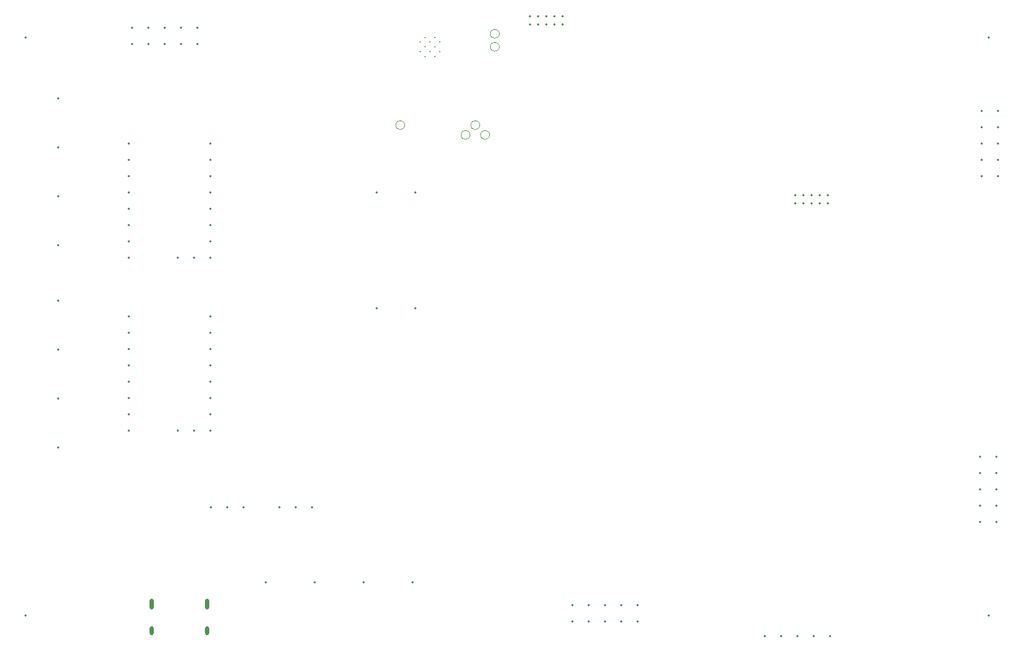
<source format=gbo>
%TF.GenerationSoftware,KiCad,Pcbnew,8.0.2*%
%TF.CreationDate,2024-05-15T16:38:59+02:00*%
%TF.ProjectId,Automatischer-Kabelschneider,4175746f-6d61-4746-9973-636865722d4b,1.0*%
%TF.SameCoordinates,Original*%
%TF.FileFunction,Legend,Bot*%
%TF.FilePolarity,Positive*%
%FSLAX46Y46*%
G04 Gerber Fmt 4.6, Leading zero omitted, Abs format (unit mm)*
G04 Created by KiCad (PCBNEW 8.0.2) date 2024-05-15 16:38:59*
%MOMM*%
%LPD*%
G01*
G04 APERTURE LIST*
%ADD10C,0.120000*%
%ADD11C,0.350000*%
%ADD12O,0.600000X1.700000*%
%ADD13O,0.600000X1.400000*%
%ADD14C,0.200000*%
G04 APERTURE END LIST*
D10*
%TO.C,TP12*%
X144863000Y-69472000D02*
G75*
G02*
X143463000Y-69472000I-700000J0D01*
G01*
X143463000Y-69472000D02*
G75*
G02*
X144863000Y-69472000I700000J0D01*
G01*
%TO.C,TP9*%
X146387000Y-70996000D02*
G75*
G02*
X144987000Y-70996000I-700000J0D01*
G01*
X144987000Y-70996000D02*
G75*
G02*
X146387000Y-70996000I700000J0D01*
G01*
%TO.C,TP11*%
X143339000Y-70996000D02*
G75*
G02*
X141939000Y-70996000I-700000J0D01*
G01*
X141939000Y-70996000D02*
G75*
G02*
X143339000Y-70996000I700000J0D01*
G01*
%TO.C,TP10*%
X133179000Y-69472000D02*
G75*
G02*
X131779000Y-69472000I-700000J0D01*
G01*
X131779000Y-69472000D02*
G75*
G02*
X133179000Y-69472000I700000J0D01*
G01*
%TO.C,TP8*%
X147911000Y-57280000D02*
G75*
G02*
X146511000Y-57280000I-700000J0D01*
G01*
X146511000Y-57280000D02*
G75*
G02*
X147911000Y-57280000I700000J0D01*
G01*
%TO.C,TP7*%
X147911000Y-55248000D02*
G75*
G02*
X146511000Y-55248000I-700000J0D01*
G01*
X146511000Y-55248000D02*
G75*
G02*
X147911000Y-55248000I700000J0D01*
G01*
%TD*%
D11*
X113620909Y-128966453D03*
X116160909Y-128966453D03*
X118700909Y-128966453D03*
X128829534Y-97989534D03*
X134829534Y-97989534D03*
X128829534Y-79989534D03*
X134829534Y-79989534D03*
X90173534Y-99293534D03*
X90173534Y-101833534D03*
X90173534Y-104373534D03*
X90173534Y-106913534D03*
X90173534Y-109453534D03*
X90173534Y-111993534D03*
X90173534Y-114533534D03*
X90173534Y-117073534D03*
X102873534Y-99293534D03*
X102873534Y-101833534D03*
X102873534Y-104373534D03*
X102873534Y-106913534D03*
X102873534Y-109453534D03*
X102873534Y-111993534D03*
X102873534Y-114533534D03*
X102873534Y-117073534D03*
X97793534Y-117073534D03*
X100333534Y-117073534D03*
X159261534Y-146782034D03*
X159261534Y-144242034D03*
X161801534Y-146782034D03*
X161801534Y-144242034D03*
X164341534Y-146782034D03*
X164341534Y-144242034D03*
X166881534Y-146782034D03*
X166881534Y-144242034D03*
X169421534Y-146782034D03*
X169421534Y-144242034D03*
X102952909Y-128966453D03*
X105492909Y-128966453D03*
X108032909Y-128966453D03*
X224108000Y-55796000D03*
D12*
X93752909Y-144019453D03*
D13*
X93752909Y-148199453D03*
D12*
X102392909Y-144019453D03*
D13*
X102392909Y-148199453D03*
D14*
X135608000Y-56546000D03*
X135608000Y-58046000D03*
X136358000Y-55796000D03*
X136358000Y-57296000D03*
X136358000Y-58796000D03*
X137108000Y-56546000D03*
X137108000Y-58046000D03*
X137858000Y-55796000D03*
X137858000Y-57296000D03*
X137858000Y-58796000D03*
X138608000Y-56546000D03*
X138608000Y-58046000D03*
D11*
X100841534Y-54345034D03*
X100841534Y-56885034D03*
X98301534Y-54345034D03*
X98301534Y-56885034D03*
X95761534Y-54345034D03*
X95761534Y-56885034D03*
X93221534Y-54345034D03*
X93221534Y-56885034D03*
X90681534Y-54345034D03*
X90681534Y-56885034D03*
X74108000Y-145796000D03*
X157737534Y-52557534D03*
X157737534Y-53827534D03*
X156467534Y-52557534D03*
X156467534Y-53827534D03*
X155197534Y-52557534D03*
X155197534Y-53827534D03*
X153927534Y-52557534D03*
X153927534Y-53827534D03*
X152657534Y-52557534D03*
X152657534Y-53827534D03*
X193975034Y-81630534D03*
X193975034Y-80360534D03*
X195245034Y-81630534D03*
X195245034Y-80360534D03*
X196515034Y-81630534D03*
X196515034Y-80360534D03*
X197785034Y-81630534D03*
X197785034Y-80360534D03*
X199055034Y-81630534D03*
X199055034Y-80360534D03*
X79206000Y-65292000D03*
X79206000Y-72912000D03*
X79206000Y-80532000D03*
X79206000Y-88152000D03*
X189233534Y-149077534D03*
X191773534Y-149077534D03*
X194313534Y-149077534D03*
X196853534Y-149077534D03*
X199393534Y-149077534D03*
X90173534Y-72369534D03*
X90173534Y-74909534D03*
X90173534Y-77449534D03*
X90173534Y-79989534D03*
X90173534Y-82529534D03*
X90173534Y-85069534D03*
X90173534Y-87609534D03*
X90173534Y-90149534D03*
X102873534Y-72369534D03*
X102873534Y-74909534D03*
X102873534Y-77449534D03*
X102873534Y-79989534D03*
X102873534Y-82529534D03*
X102873534Y-85069534D03*
X102873534Y-87609534D03*
X102873534Y-90149534D03*
X97793534Y-90149534D03*
X100333534Y-90149534D03*
X79173500Y-96788000D03*
X79173500Y-104408000D03*
X79173500Y-112028000D03*
X79173500Y-119648000D03*
X224108000Y-145796000D03*
X74108000Y-55796000D03*
X225301534Y-131297534D03*
X222761534Y-131297534D03*
X225301534Y-128757534D03*
X222761534Y-128757534D03*
X225301534Y-126217534D03*
X222761534Y-126217534D03*
X225301534Y-123677534D03*
X222761534Y-123677534D03*
X225301534Y-121137534D03*
X222761534Y-121137534D03*
X111509534Y-140695534D03*
X119129534Y-140695534D03*
X126749534Y-140695534D03*
X134369534Y-140695534D03*
X225546034Y-77449534D03*
X223006034Y-77449534D03*
X225546034Y-74909534D03*
X223006034Y-74909534D03*
X225546034Y-72369534D03*
X223006034Y-72369534D03*
X225546034Y-69829534D03*
X223006034Y-69829534D03*
X225546034Y-67289534D03*
X223006034Y-67289534D03*
M02*

</source>
